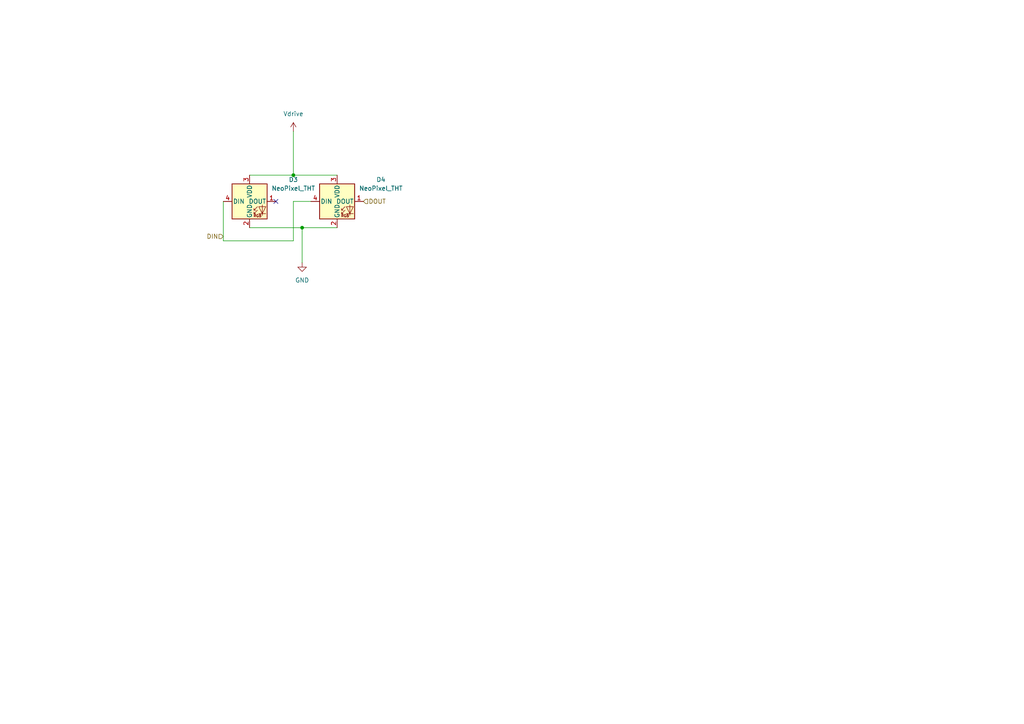
<source format=kicad_sch>
(kicad_sch (version 20231120) (generator "eeschema") (generator_version "8.0")
  (paper "A4")
  (lib_symbols
    (symbol "LED:NeoPixel_THT" (pin_names (offset 0.254))
      (property "Reference" "D" (at 5.08 5.715 0))
      (property "Value" "NeoPixel_THT" (at 1.27 -5.715 0))
      (symbol "NeoPixel_THT_0_0"
        (text "RGB" (at 2.286 -4.191 0) (effects (font (size 0.762 0.762))))
      )
      (symbol "NeoPixel_THT_0_1"
        (polyline (pts (xy 1.27 -3.556) (xy 1.778 -3.556)))
        (polyline (pts (xy 1.27 -2.54) (xy 1.778 -2.54)))
        (polyline (pts (xy 4.699 -3.556) (xy 2.667 -3.556)))
        (polyline (pts (xy 2.286 -2.54) (xy 1.27 -3.556) (xy 1.27 -3.048)))
        (polyline (pts (xy 2.286 -1.524) (xy 1.27 -2.54) (xy 1.27 -2.032)))
        (polyline (pts (xy 3.683 -1.016) (xy 3.683 -3.556) (xy 3.683 -4.064)))
        (polyline (pts (xy 4.699 -1.524) (xy 2.667 -1.524) (xy 3.683 -3.556) (xy 4.699 -1.524)))
        (rectangle (start 5.08 5.08) (end -5.08 -5.08) (stroke (width 0.254)) (fill (type background)))
      )
      (symbol "NeoPixel_THT_1_1"
        (pin output line (at 7.62 0 180) (length 2.54) (name "DOUT") (number "1"))
        (pin power_in line (at 0 -7.62 90) (length 2.54) (name "GND") (number "2"))
        (pin power_in line (at 0 7.62 270) (length 2.54) (name "VDD") (number "3"))
        (pin input line (at -7.62 0 0) (length 2.54) (name "DIN") (number "4"))
      )
    )
    (symbol "power:GND" (power) (pin_numbers hide) (pin_names (offset 0) hide)
      (property "Value" "GND" (at 0 -3.81 0))
      (symbol "GND_0_1"
        (polyline (pts (xy 0 0) (xy 0 -1.27) (xy 1.27 -1.27) (xy 0 -2.54) (xy -1.27 -1.27) (xy 0 -1.27)))
      )
      (symbol "GND_1_1"
        (pin power_in line (at 0 0 270) (length 0) (name "~") (number "1"))
      )
    )
    (symbol "power:Vdrive" (power) (pin_numbers hide) (pin_names (offset 0) hide)
      (property "Value" "Vdrive" (at 0 3.556 0))
      (symbol "Vdrive_0_1"
        (polyline (pts (xy -0.762 1.27) (xy 0 2.54)))
        (polyline (pts (xy 0 0) (xy 0 2.54)))
        (polyline (pts (xy 0 2.54) (xy 0.762 1.27)))
      )
      (symbol "Vdrive_1_1"
        (pin power_in line (at 0 0 90) (length 0) (name "~") (number "1"))
      )
    )
  )
  (junction (at 87.63 66.04))
  (junction (at 85.09 50.8))
  (no_connect (at 80.01 58.42))
  (wire (pts (xy 87.63 66.04) (xy 97.79 66.04)))
  (wire (pts (xy 64.77 69.85) (xy 85.09 69.85)))
  (wire (pts (xy 64.77 58.42) (xy 64.77 69.85)))
  (wire (pts (xy 85.09 38.1) (xy 85.09 50.8)))
  (wire (pts (xy 85.09 50.8) (xy 97.79 50.8)))
  (wire (pts (xy 87.63 66.04) (xy 87.63 76.2)))
  (wire (pts (xy 72.39 66.04) (xy 87.63 66.04)))
  (wire (pts (xy 85.09 50.8) (xy 72.39 50.8)))
  (wire (pts (xy 85.09 69.85) (xy 85.09 58.42)))
  (wire (pts (xy 85.09 58.42) (xy 90.17 58.42)))
  (hierarchical_label "DOUT" (shape input) (at 105.41 58.42 0))
  (hierarchical_label "DIN" (shape input) (at 64.77 68.58 180))
  (symbol (lib_id "LED:NeoPixel_THT") (at 97.79 58.42 0) (unit 1)
    (property "Reference" "D4" (at 110.49 52.1014 0))
    (property "Value" "NeoPixel_THT" (at 110.49 54.6414 0))
    (property "Datasheet" "https://www.adafruit.com/product/1938" (effects (hide yes)))
    (property "Description" "RGB LED with integrated controller, 5mm/8mm LED package" (effects (hide yes)))
  )
  (symbol (lib_id "power:Vdrive") (at 85.09 38.1 0) (unit 1)
    (property "Reference" "#PWR011" (effects (hide yes)))
    (property "Value" "Vdrive" (at 85.09 33.02 0))
    (property "Description" "Power symbol creates a global label with name \"Vdrive\"" (effects (hide yes)))
  )
  (symbol (lib_id "power:GND") (at 87.63 76.2 0) (unit 1)
    (property "Reference" "#PWR012" (effects (hide yes)))
    (property "Value" "GND" (at 87.63 81.28 0))
    (property "Description" "Power symbol creates a global label with name \"GND\" , ground" (effects (hide yes)))
  )
  (symbol (lib_id "LED:NeoPixel_THT") (at 72.39 58.42 0) (unit 1)
    (property "Reference" "D3" (at 85.09 52.1014 0))
    (property "Value" "NeoPixel_THT" (at 85.09 54.6414 0))
    (property "Datasheet" "https://www.adafruit.com/product/1938" (effects (hide yes)))
    (property "Description" "RGB LED with integrated controller, 5mm/8mm LED package" (effects (hide yes)))
  )
)
</source>
